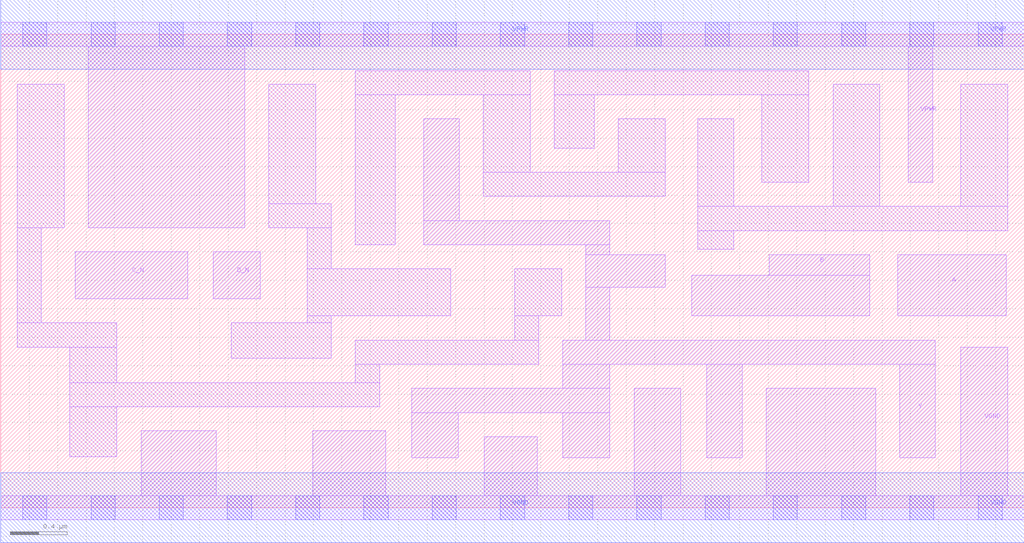
<source format=lef>
# Copyright 2020 The SkyWater PDK Authors
#
# Licensed under the Apache License, Version 2.0 (the "License");
# you may not use this file except in compliance with the License.
# You may obtain a copy of the License at
#
#     https://www.apache.org/licenses/LICENSE-2.0
#
# Unless required by applicable law or agreed to in writing, software
# distributed under the License is distributed on an "AS IS" BASIS,
# WITHOUT WARRANTIES OR CONDITIONS OF ANY KIND, either express or implied.
# See the License for the specific language governing permissions and
# limitations under the License.
#
# SPDX-License-Identifier: Apache-2.0

VERSION 5.7 ;
  NAMESCASESENSITIVE ON ;
  NOWIREEXTENSIONATPIN ON ;
  DIVIDERCHAR "/" ;
  BUSBITCHARS "[]" ;
UNITS
  DATABASE MICRONS 200 ;
END UNITS
MACRO sky130_fd_sc_ms__nor4bb_2
  CLASS CORE ;
  SOURCE USER ;
  FOREIGN sky130_fd_sc_ms__nor4bb_2 ;
  ORIGIN  0.000000  0.000000 ;
  SIZE  7.200000 BY  3.330000 ;
  SYMMETRY X Y ;
  SITE unit ;
  PIN A
    ANTENNAGATEAREA  0.625200 ;
    DIRECTION INPUT ;
    USE SIGNAL ;
    PORT
      LAYER li1 ;
        RECT 6.310000 1.350000 7.075000 1.780000 ;
    END
  END A
  PIN B
    ANTENNAGATEAREA  0.625200 ;
    DIRECTION INPUT ;
    USE SIGNAL ;
    PORT
      LAYER li1 ;
        RECT 4.860000 1.350000 6.115000 1.635000 ;
        RECT 5.405000 1.635000 6.115000 1.780000 ;
    END
  END B
  PIN C_N
    ANTENNAGATEAREA  0.276000 ;
    DIRECTION INPUT ;
    USE SIGNAL ;
    PORT
      LAYER li1 ;
        RECT 0.525000 1.470000 1.315000 1.800000 ;
    END
  END C_N
  PIN D_N
    ANTENNAGATEAREA  0.276000 ;
    DIRECTION INPUT ;
    USE SIGNAL ;
    PORT
      LAYER li1 ;
        RECT 1.495000 1.470000 1.825000 1.800000 ;
    END
  END D_N
  PIN Y
    ANTENNADIFFAREA  1.164500 ;
    DIRECTION OUTPUT ;
    USE SIGNAL ;
    PORT
      LAYER li1 ;
        RECT 2.890000 0.350000 3.220000 0.670000 ;
        RECT 2.890000 0.670000 4.285000 0.840000 ;
        RECT 2.975000 1.850000 4.285000 2.020000 ;
        RECT 2.975000 2.020000 3.225000 2.735000 ;
        RECT 3.955000 0.350000 4.285000 0.670000 ;
        RECT 3.955000 0.840000 4.285000 1.010000 ;
        RECT 3.955000 1.010000 6.575000 1.180000 ;
        RECT 4.115000 1.180000 4.285000 1.550000 ;
        RECT 4.115000 1.550000 4.675000 1.780000 ;
        RECT 4.115000 1.780000 4.285000 1.850000 ;
        RECT 4.965000 0.350000 5.215000 1.010000 ;
        RECT 6.325000 0.350000 6.575000 1.010000 ;
    END
  END Y
  PIN VGND
    DIRECTION INOUT ;
    USE GROUND ;
    PORT
      LAYER li1 ;
        RECT 0.000000 -0.085000 7.200000 0.085000 ;
        RECT 0.990000  0.085000 1.515000 0.540000 ;
        RECT 2.195000  0.085000 2.710000 0.540000 ;
        RECT 3.400000  0.085000 3.775000 0.500000 ;
        RECT 4.455000  0.085000 4.785000 0.840000 ;
        RECT 5.385000  0.085000 6.155000 0.840000 ;
        RECT 6.755000  0.085000 7.085000 1.130000 ;
      LAYER mcon ;
        RECT 0.155000 -0.085000 0.325000 0.085000 ;
        RECT 0.635000 -0.085000 0.805000 0.085000 ;
        RECT 1.115000 -0.085000 1.285000 0.085000 ;
        RECT 1.595000 -0.085000 1.765000 0.085000 ;
        RECT 2.075000 -0.085000 2.245000 0.085000 ;
        RECT 2.555000 -0.085000 2.725000 0.085000 ;
        RECT 3.035000 -0.085000 3.205000 0.085000 ;
        RECT 3.515000 -0.085000 3.685000 0.085000 ;
        RECT 3.995000 -0.085000 4.165000 0.085000 ;
        RECT 4.475000 -0.085000 4.645000 0.085000 ;
        RECT 4.955000 -0.085000 5.125000 0.085000 ;
        RECT 5.435000 -0.085000 5.605000 0.085000 ;
        RECT 5.915000 -0.085000 6.085000 0.085000 ;
        RECT 6.395000 -0.085000 6.565000 0.085000 ;
        RECT 6.875000 -0.085000 7.045000 0.085000 ;
      LAYER met1 ;
        RECT 0.000000 -0.245000 7.200000 0.245000 ;
    END
  END VGND
  PIN VPWR
    DIRECTION INOUT ;
    USE POWER ;
    PORT
      LAYER li1 ;
        RECT 0.000000 3.245000 7.200000 3.415000 ;
        RECT 0.615000 1.970000 1.715000 3.245000 ;
        RECT 6.385000 2.290000 6.555000 3.245000 ;
      LAYER mcon ;
        RECT 0.155000 3.245000 0.325000 3.415000 ;
        RECT 0.635000 3.245000 0.805000 3.415000 ;
        RECT 1.115000 3.245000 1.285000 3.415000 ;
        RECT 1.595000 3.245000 1.765000 3.415000 ;
        RECT 2.075000 3.245000 2.245000 3.415000 ;
        RECT 2.555000 3.245000 2.725000 3.415000 ;
        RECT 3.035000 3.245000 3.205000 3.415000 ;
        RECT 3.515000 3.245000 3.685000 3.415000 ;
        RECT 3.995000 3.245000 4.165000 3.415000 ;
        RECT 4.475000 3.245000 4.645000 3.415000 ;
        RECT 4.955000 3.245000 5.125000 3.415000 ;
        RECT 5.435000 3.245000 5.605000 3.415000 ;
        RECT 5.915000 3.245000 6.085000 3.415000 ;
        RECT 6.395000 3.245000 6.565000 3.415000 ;
        RECT 6.875000 3.245000 7.045000 3.415000 ;
      LAYER met1 ;
        RECT 0.000000 3.085000 7.200000 3.575000 ;
    END
  END VPWR
  OBS
    LAYER li1 ;
      RECT 0.115000 1.130000 0.815000 1.300000 ;
      RECT 0.115000 1.300000 0.285000 1.970000 ;
      RECT 0.115000 1.970000 0.445000 2.980000 ;
      RECT 0.485000 0.360000 0.815000 0.710000 ;
      RECT 0.485000 0.710000 2.665000 0.880000 ;
      RECT 0.485000 0.880000 0.815000 1.130000 ;
      RECT 1.620000 1.050000 2.325000 1.300000 ;
      RECT 1.885000 1.970000 2.325000 2.140000 ;
      RECT 1.885000 2.140000 2.215000 2.980000 ;
      RECT 2.155000 1.300000 2.325000 1.350000 ;
      RECT 2.155000 1.350000 3.165000 1.680000 ;
      RECT 2.155000 1.680000 2.325000 1.970000 ;
      RECT 2.495000 0.880000 2.665000 1.010000 ;
      RECT 2.495000 1.010000 3.785000 1.180000 ;
      RECT 2.495000 1.850000 2.775000 2.905000 ;
      RECT 2.495000 2.905000 3.725000 3.075000 ;
      RECT 3.395000 2.190000 4.675000 2.360000 ;
      RECT 3.395000 2.360000 3.725000 2.905000 ;
      RECT 3.615000 1.180000 3.785000 1.350000 ;
      RECT 3.615000 1.350000 3.945000 1.680000 ;
      RECT 3.895000 2.530000 4.175000 2.905000 ;
      RECT 3.895000 2.905000 5.685000 3.075000 ;
      RECT 4.345000 2.360000 4.675000 2.735000 ;
      RECT 4.905000 1.820000 5.155000 1.950000 ;
      RECT 4.905000 1.950000 7.085000 2.120000 ;
      RECT 4.905000 2.120000 5.155000 2.735000 ;
      RECT 5.355000 2.290000 5.685000 2.905000 ;
      RECT 5.855000 2.120000 6.185000 2.980000 ;
      RECT 6.755000 2.120000 7.085000 2.980000 ;
  END
END sky130_fd_sc_ms__nor4bb_2

</source>
